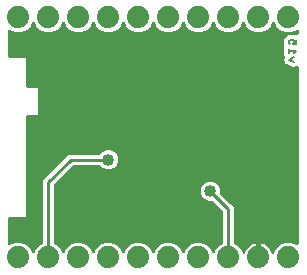
<source format=gbr>
G04 EAGLE Gerber RS-274X export*
G75*
%MOMM*%
%FSLAX34Y34*%
%LPD*%
%INBottom Copper*%
%IPPOS*%
%AMOC8*
5,1,8,0,0,1.08239X$1,22.5*%
G01*
%ADD10C,0.203200*%
%ADD11C,1.879600*%
%ADD12C,1.016000*%
%ADD13C,0.254000*%

G36*
X216974Y12709D02*
X216974Y12709D01*
X217032Y12708D01*
X217114Y12729D01*
X217197Y12741D01*
X217251Y12765D01*
X217307Y12779D01*
X217380Y12822D01*
X217457Y12857D01*
X217502Y12895D01*
X217552Y12925D01*
X217610Y12986D01*
X217674Y13041D01*
X217706Y13089D01*
X217746Y13132D01*
X217785Y13207D01*
X217831Y13277D01*
X217849Y13333D01*
X217876Y13385D01*
X217887Y13453D01*
X217917Y13548D01*
X217920Y13648D01*
X217931Y13716D01*
X217931Y24466D01*
X218696Y24345D01*
X220483Y23764D01*
X222157Y22911D01*
X223678Y21806D01*
X225006Y20478D01*
X226111Y18957D01*
X226964Y17283D01*
X227328Y16163D01*
X227358Y16101D01*
X227379Y16035D01*
X227420Y15974D01*
X227453Y15908D01*
X227499Y15857D01*
X227538Y15799D01*
X227594Y15752D01*
X227643Y15697D01*
X227702Y15661D01*
X227755Y15616D01*
X227822Y15586D01*
X227885Y15547D01*
X227952Y15529D01*
X228015Y15501D01*
X228088Y15491D01*
X228159Y15471D01*
X228228Y15471D01*
X228297Y15462D01*
X228369Y15472D01*
X228443Y15473D01*
X228510Y15493D01*
X228578Y15502D01*
X228645Y15533D01*
X228716Y15554D01*
X228774Y15591D01*
X228837Y15620D01*
X228893Y15667D01*
X228955Y15707D01*
X229001Y15759D01*
X229053Y15804D01*
X229086Y15857D01*
X229143Y15921D01*
X229192Y16025D01*
X229231Y16089D01*
X230748Y19751D01*
X234249Y23252D01*
X238824Y25147D01*
X243776Y25147D01*
X248531Y23177D01*
X248643Y23148D01*
X248752Y23114D01*
X248780Y23113D01*
X248807Y23106D01*
X248921Y23109D01*
X249036Y23106D01*
X249063Y23113D01*
X249091Y23114D01*
X249200Y23149D01*
X249311Y23178D01*
X249335Y23192D01*
X249362Y23201D01*
X249457Y23265D01*
X249556Y23323D01*
X249575Y23344D01*
X249598Y23359D01*
X249672Y23447D01*
X249750Y23531D01*
X249763Y23555D01*
X249781Y23577D01*
X249827Y23681D01*
X249880Y23784D01*
X249884Y23808D01*
X249896Y23836D01*
X249933Y24100D01*
X249935Y24115D01*
X249935Y173614D01*
X249924Y173692D01*
X249923Y173771D01*
X249904Y173832D01*
X249895Y173895D01*
X249863Y173967D01*
X249840Y174043D01*
X249805Y174096D01*
X249779Y174155D01*
X249728Y174215D01*
X249685Y174281D01*
X249637Y174323D01*
X249596Y174372D01*
X249530Y174415D01*
X249470Y174467D01*
X249412Y174494D01*
X249359Y174529D01*
X249284Y174553D01*
X249212Y174586D01*
X249149Y174596D01*
X249088Y174615D01*
X249009Y174617D01*
X248931Y174629D01*
X248876Y174620D01*
X248804Y174622D01*
X248676Y174589D01*
X248599Y174577D01*
X245564Y173565D01*
X240313Y176190D01*
X240234Y176217D01*
X240180Y176245D01*
X238923Y176664D01*
X238921Y176668D01*
X238915Y176682D01*
X238840Y176784D01*
X238838Y176788D01*
X238835Y176792D01*
X238834Y176793D01*
X238768Y176889D01*
X238756Y176899D01*
X238747Y176911D01*
X238691Y176952D01*
X238548Y177069D01*
X238506Y177087D01*
X238485Y177102D01*
X238066Y178359D01*
X238029Y178434D01*
X238011Y178492D01*
X237418Y179677D01*
X237419Y179681D01*
X237426Y179696D01*
X237445Y179821D01*
X237468Y179946D01*
X237466Y179961D01*
X237468Y179977D01*
X237458Y180045D01*
X237439Y180229D01*
X237422Y180272D01*
X237418Y180297D01*
X238011Y181482D01*
X238037Y181561D01*
X238066Y181615D01*
X238322Y182382D01*
X238341Y182488D01*
X238368Y182593D01*
X238367Y182627D01*
X238373Y182662D01*
X238362Y182769D01*
X238359Y182877D01*
X238348Y182910D01*
X238345Y182944D01*
X238305Y183045D01*
X238271Y183148D01*
X238253Y183173D01*
X238239Y183208D01*
X238107Y183378D01*
X238076Y183421D01*
X237743Y183754D01*
X237743Y191268D01*
X237750Y191286D01*
X237780Y191336D01*
X237801Y191418D01*
X237831Y191497D01*
X237835Y191555D01*
X237850Y191612D01*
X237847Y191696D01*
X237854Y191780D01*
X237843Y191838D01*
X237841Y191896D01*
X237815Y191976D01*
X237798Y192059D01*
X237771Y192111D01*
X237753Y192167D01*
X237743Y192181D01*
X237743Y196016D01*
X237743Y197656D01*
X238459Y198371D01*
X238460Y198373D01*
X238461Y198374D01*
X238465Y198378D01*
X239428Y199341D01*
X241141Y201054D01*
X242803Y201054D01*
X244929Y201054D01*
X248920Y201054D01*
X248978Y201062D01*
X249036Y201061D01*
X249118Y201082D01*
X249202Y201094D01*
X249255Y201118D01*
X249311Y201133D01*
X249384Y201176D01*
X249461Y201210D01*
X249506Y201248D01*
X249556Y201278D01*
X249614Y201339D01*
X249678Y201394D01*
X249710Y201442D01*
X249750Y201485D01*
X249789Y201560D01*
X249836Y201630D01*
X249853Y201686D01*
X249880Y201738D01*
X249891Y201806D01*
X249921Y201901D01*
X249924Y202001D01*
X249935Y202069D01*
X249935Y204485D01*
X249919Y204599D01*
X249909Y204713D01*
X249899Y204739D01*
X249895Y204767D01*
X249848Y204872D01*
X249807Y204979D01*
X249791Y205001D01*
X249779Y205026D01*
X249705Y205114D01*
X249636Y205205D01*
X249613Y205222D01*
X249596Y205243D01*
X249500Y205307D01*
X249408Y205376D01*
X249382Y205385D01*
X249359Y205401D01*
X249249Y205435D01*
X249142Y205476D01*
X249114Y205478D01*
X249088Y205486D01*
X248973Y205489D01*
X248859Y205499D01*
X248834Y205493D01*
X248804Y205494D01*
X248547Y205427D01*
X248531Y205423D01*
X243776Y203453D01*
X238824Y203453D01*
X234249Y205348D01*
X230748Y208849D01*
X229538Y211771D01*
X229523Y211796D01*
X229514Y211824D01*
X229451Y211919D01*
X229393Y212016D01*
X229372Y212036D01*
X229356Y212061D01*
X229269Y212134D01*
X229187Y212211D01*
X229161Y212225D01*
X229138Y212244D01*
X229035Y212290D01*
X228934Y212341D01*
X228905Y212347D01*
X228878Y212359D01*
X228766Y212375D01*
X228655Y212396D01*
X228626Y212394D01*
X228597Y212398D01*
X228485Y212382D01*
X228372Y212372D01*
X228345Y212361D01*
X228315Y212357D01*
X228212Y212311D01*
X228107Y212270D01*
X228083Y212252D01*
X228056Y212240D01*
X227970Y212167D01*
X227880Y212098D01*
X227862Y212075D01*
X227840Y212056D01*
X227798Y211989D01*
X227710Y211871D01*
X227688Y211812D01*
X227662Y211771D01*
X226452Y208849D01*
X222951Y205348D01*
X218376Y203453D01*
X213424Y203453D01*
X208849Y205348D01*
X205348Y208849D01*
X204138Y211771D01*
X204123Y211796D01*
X204114Y211824D01*
X204051Y211919D01*
X203993Y212016D01*
X203972Y212036D01*
X203956Y212061D01*
X203869Y212134D01*
X203787Y212211D01*
X203761Y212225D01*
X203738Y212244D01*
X203635Y212290D01*
X203534Y212341D01*
X203505Y212347D01*
X203478Y212359D01*
X203366Y212375D01*
X203255Y212396D01*
X203226Y212394D01*
X203197Y212398D01*
X203085Y212382D01*
X202972Y212372D01*
X202945Y212361D01*
X202915Y212357D01*
X202812Y212311D01*
X202707Y212270D01*
X202683Y212252D01*
X202656Y212240D01*
X202570Y212167D01*
X202480Y212098D01*
X202462Y212075D01*
X202440Y212056D01*
X202398Y211989D01*
X202310Y211871D01*
X202288Y211812D01*
X202262Y211771D01*
X201052Y208849D01*
X197551Y205348D01*
X192976Y203453D01*
X188024Y203453D01*
X183449Y205348D01*
X179948Y208849D01*
X178738Y211771D01*
X178723Y211796D01*
X178714Y211824D01*
X178651Y211919D01*
X178593Y212016D01*
X178572Y212036D01*
X178556Y212061D01*
X178469Y212134D01*
X178387Y212211D01*
X178361Y212225D01*
X178338Y212244D01*
X178235Y212290D01*
X178134Y212341D01*
X178105Y212347D01*
X178078Y212359D01*
X177966Y212375D01*
X177855Y212396D01*
X177826Y212394D01*
X177797Y212398D01*
X177685Y212382D01*
X177572Y212372D01*
X177545Y212361D01*
X177515Y212357D01*
X177412Y212311D01*
X177307Y212270D01*
X177283Y212252D01*
X177256Y212240D01*
X177170Y212167D01*
X177080Y212098D01*
X177062Y212075D01*
X177040Y212056D01*
X176998Y211989D01*
X176910Y211871D01*
X176888Y211812D01*
X176862Y211771D01*
X175652Y208849D01*
X172151Y205348D01*
X167576Y203453D01*
X162624Y203453D01*
X158049Y205348D01*
X154548Y208849D01*
X153338Y211771D01*
X153323Y211796D01*
X153314Y211824D01*
X153251Y211919D01*
X153193Y212016D01*
X153172Y212036D01*
X153156Y212061D01*
X153069Y212134D01*
X152987Y212211D01*
X152961Y212225D01*
X152938Y212244D01*
X152835Y212290D01*
X152734Y212341D01*
X152705Y212347D01*
X152678Y212359D01*
X152566Y212375D01*
X152455Y212396D01*
X152426Y212394D01*
X152397Y212398D01*
X152285Y212382D01*
X152172Y212372D01*
X152145Y212361D01*
X152115Y212357D01*
X152012Y212311D01*
X151907Y212270D01*
X151883Y212252D01*
X151856Y212240D01*
X151770Y212167D01*
X151680Y212098D01*
X151662Y212075D01*
X151640Y212056D01*
X151598Y211989D01*
X151510Y211871D01*
X151488Y211812D01*
X151462Y211771D01*
X150252Y208849D01*
X146751Y205348D01*
X142176Y203453D01*
X137224Y203453D01*
X132649Y205348D01*
X129148Y208849D01*
X127938Y211771D01*
X127923Y211796D01*
X127914Y211824D01*
X127851Y211919D01*
X127793Y212016D01*
X127772Y212036D01*
X127756Y212061D01*
X127669Y212133D01*
X127587Y212211D01*
X127561Y212225D01*
X127538Y212243D01*
X127435Y212289D01*
X127334Y212341D01*
X127305Y212347D01*
X127278Y212359D01*
X127166Y212375D01*
X127055Y212396D01*
X127026Y212394D01*
X126997Y212398D01*
X126885Y212382D01*
X126772Y212372D01*
X126745Y212361D01*
X126716Y212357D01*
X126612Y212311D01*
X126507Y212270D01*
X126483Y212252D01*
X126456Y212240D01*
X126370Y212167D01*
X126280Y212098D01*
X126262Y212075D01*
X126240Y212056D01*
X126198Y211989D01*
X126110Y211871D01*
X126088Y211812D01*
X126062Y211771D01*
X124852Y208849D01*
X121351Y205348D01*
X116776Y203453D01*
X111824Y203453D01*
X107249Y205348D01*
X103748Y208849D01*
X102538Y211771D01*
X102523Y211796D01*
X102514Y211824D01*
X102451Y211919D01*
X102393Y212016D01*
X102372Y212036D01*
X102356Y212061D01*
X102269Y212134D01*
X102187Y212211D01*
X102161Y212225D01*
X102138Y212244D01*
X102035Y212290D01*
X101934Y212341D01*
X101905Y212347D01*
X101878Y212359D01*
X101766Y212375D01*
X101655Y212396D01*
X101626Y212394D01*
X101597Y212398D01*
X101485Y212382D01*
X101372Y212372D01*
X101345Y212361D01*
X101315Y212357D01*
X101212Y212311D01*
X101107Y212270D01*
X101083Y212252D01*
X101056Y212240D01*
X100970Y212167D01*
X100880Y212098D01*
X100862Y212075D01*
X100840Y212056D01*
X100798Y211989D01*
X100710Y211871D01*
X100688Y211812D01*
X100662Y211771D01*
X99452Y208849D01*
X95951Y205348D01*
X91376Y203453D01*
X86424Y203453D01*
X81849Y205348D01*
X78348Y208849D01*
X77138Y211771D01*
X77123Y211796D01*
X77114Y211824D01*
X77051Y211919D01*
X76993Y212016D01*
X76972Y212036D01*
X76956Y212061D01*
X76869Y212134D01*
X76787Y212211D01*
X76761Y212225D01*
X76738Y212244D01*
X76635Y212290D01*
X76534Y212341D01*
X76505Y212347D01*
X76478Y212359D01*
X76366Y212375D01*
X76255Y212396D01*
X76226Y212394D01*
X76197Y212398D01*
X76085Y212382D01*
X75972Y212372D01*
X75945Y212361D01*
X75915Y212357D01*
X75812Y212311D01*
X75707Y212270D01*
X75683Y212252D01*
X75656Y212240D01*
X75570Y212167D01*
X75480Y212098D01*
X75462Y212075D01*
X75440Y212056D01*
X75398Y211989D01*
X75310Y211871D01*
X75288Y211812D01*
X75262Y211771D01*
X74052Y208849D01*
X70551Y205348D01*
X65976Y203453D01*
X61024Y203453D01*
X56449Y205348D01*
X52948Y208849D01*
X51738Y211771D01*
X51723Y211796D01*
X51714Y211824D01*
X51651Y211919D01*
X51593Y212016D01*
X51572Y212036D01*
X51556Y212061D01*
X51469Y212134D01*
X51387Y212211D01*
X51361Y212225D01*
X51338Y212244D01*
X51235Y212290D01*
X51134Y212341D01*
X51105Y212347D01*
X51078Y212359D01*
X50966Y212375D01*
X50855Y212396D01*
X50826Y212394D01*
X50797Y212398D01*
X50685Y212382D01*
X50572Y212372D01*
X50545Y212361D01*
X50515Y212357D01*
X50412Y212311D01*
X50307Y212270D01*
X50283Y212252D01*
X50256Y212240D01*
X50170Y212167D01*
X50080Y212098D01*
X50062Y212075D01*
X50040Y212056D01*
X49998Y211989D01*
X49910Y211871D01*
X49888Y211812D01*
X49862Y211771D01*
X48652Y208849D01*
X45151Y205348D01*
X40576Y203453D01*
X35624Y203453D01*
X31049Y205348D01*
X27548Y208849D01*
X26338Y211771D01*
X26323Y211796D01*
X26314Y211824D01*
X26251Y211919D01*
X26193Y212016D01*
X26172Y212036D01*
X26156Y212061D01*
X26069Y212134D01*
X25987Y212211D01*
X25961Y212225D01*
X25938Y212244D01*
X25835Y212290D01*
X25734Y212341D01*
X25705Y212347D01*
X25678Y212359D01*
X25566Y212375D01*
X25455Y212396D01*
X25426Y212394D01*
X25397Y212398D01*
X25285Y212382D01*
X25172Y212372D01*
X25145Y212361D01*
X25115Y212357D01*
X25012Y212311D01*
X24907Y212270D01*
X24883Y212252D01*
X24856Y212240D01*
X24770Y212167D01*
X24680Y212098D01*
X24662Y212075D01*
X24640Y212056D01*
X24598Y211989D01*
X24510Y211871D01*
X24488Y211812D01*
X24462Y211771D01*
X23252Y208849D01*
X19751Y205348D01*
X15176Y203453D01*
X10224Y203453D01*
X5469Y205423D01*
X5357Y205452D01*
X5248Y205486D01*
X5220Y205487D01*
X5193Y205494D01*
X5079Y205491D01*
X4964Y205494D01*
X4937Y205487D01*
X4909Y205486D01*
X4800Y205451D01*
X4689Y205422D01*
X4665Y205408D01*
X4638Y205399D01*
X4543Y205335D01*
X4444Y205277D01*
X4425Y205256D01*
X4402Y205241D01*
X4328Y205153D01*
X4250Y205069D01*
X4237Y205045D01*
X4219Y205023D01*
X4173Y204919D01*
X4120Y204816D01*
X4116Y204792D01*
X4104Y204764D01*
X4067Y204500D01*
X4065Y204485D01*
X4065Y182880D01*
X4073Y182822D01*
X4071Y182764D01*
X4093Y182682D01*
X4105Y182599D01*
X4128Y182545D01*
X4143Y182489D01*
X4186Y182416D01*
X4221Y182339D01*
X4259Y182294D01*
X4288Y182244D01*
X4350Y182186D01*
X4404Y182122D01*
X4453Y182090D01*
X4496Y182050D01*
X4571Y182011D01*
X4641Y181965D01*
X4697Y181947D01*
X4749Y181920D01*
X4817Y181909D01*
X4912Y181879D01*
X5012Y181876D01*
X5080Y181865D01*
X19305Y181865D01*
X19305Y157480D01*
X19313Y157422D01*
X19311Y157364D01*
X19333Y157282D01*
X19345Y157199D01*
X19369Y157145D01*
X19383Y157089D01*
X19426Y157016D01*
X19461Y156939D01*
X19499Y156894D01*
X19529Y156844D01*
X19590Y156786D01*
X19645Y156722D01*
X19693Y156690D01*
X19736Y156650D01*
X19811Y156611D01*
X19881Y156565D01*
X19937Y156547D01*
X19989Y156520D01*
X20057Y156509D01*
X20152Y156479D01*
X20252Y156476D01*
X20320Y156465D01*
X29465Y156465D01*
X29465Y133095D01*
X20320Y133095D01*
X20262Y133087D01*
X20204Y133089D01*
X20122Y133067D01*
X20039Y133055D01*
X19985Y133032D01*
X19929Y133017D01*
X19856Y132974D01*
X19779Y132939D01*
X19734Y132901D01*
X19684Y132872D01*
X19626Y132810D01*
X19562Y132756D01*
X19530Y132707D01*
X19490Y132664D01*
X19451Y132589D01*
X19405Y132519D01*
X19387Y132463D01*
X19360Y132411D01*
X19349Y132343D01*
X19319Y132248D01*
X19316Y132148D01*
X19305Y132080D01*
X19305Y46735D01*
X5080Y46735D01*
X5022Y46727D01*
X4964Y46729D01*
X4882Y46707D01*
X4798Y46695D01*
X4745Y46672D01*
X4689Y46657D01*
X4616Y46614D01*
X4539Y46579D01*
X4494Y46541D01*
X4444Y46512D01*
X4386Y46450D01*
X4322Y46396D01*
X4290Y46347D01*
X4250Y46304D01*
X4211Y46229D01*
X4164Y46159D01*
X4147Y46103D01*
X4120Y46051D01*
X4109Y45983D01*
X4079Y45888D01*
X4076Y45788D01*
X4065Y45720D01*
X4065Y24115D01*
X4081Y24001D01*
X4091Y23887D01*
X4101Y23861D01*
X4105Y23833D01*
X4152Y23728D01*
X4193Y23621D01*
X4209Y23599D01*
X4221Y23574D01*
X4295Y23486D01*
X4364Y23395D01*
X4387Y23378D01*
X4404Y23357D01*
X4500Y23293D01*
X4592Y23225D01*
X4618Y23215D01*
X4641Y23199D01*
X4751Y23165D01*
X4858Y23124D01*
X4886Y23122D01*
X4912Y23114D01*
X5027Y23111D01*
X5141Y23101D01*
X5166Y23107D01*
X5196Y23106D01*
X5453Y23173D01*
X5469Y23177D01*
X10224Y25147D01*
X15176Y25147D01*
X19751Y23252D01*
X23252Y19751D01*
X24462Y16829D01*
X24477Y16804D01*
X24486Y16776D01*
X24549Y16681D01*
X24607Y16584D01*
X24628Y16564D01*
X24644Y16539D01*
X24731Y16466D01*
X24813Y16389D01*
X24839Y16375D01*
X24862Y16356D01*
X24965Y16310D01*
X25066Y16259D01*
X25095Y16253D01*
X25122Y16241D01*
X25234Y16225D01*
X25345Y16204D01*
X25374Y16206D01*
X25403Y16202D01*
X25515Y16218D01*
X25628Y16228D01*
X25655Y16239D01*
X25685Y16243D01*
X25788Y16289D01*
X25893Y16330D01*
X25917Y16348D01*
X25944Y16360D01*
X26030Y16433D01*
X26120Y16502D01*
X26138Y16525D01*
X26160Y16544D01*
X26202Y16611D01*
X26290Y16729D01*
X26312Y16788D01*
X26338Y16829D01*
X27548Y19751D01*
X31049Y23252D01*
X33155Y24124D01*
X33156Y24125D01*
X33157Y24125D01*
X33276Y24195D01*
X33399Y24268D01*
X33400Y24269D01*
X33402Y24270D01*
X33499Y24374D01*
X33595Y24475D01*
X33595Y24476D01*
X33596Y24478D01*
X33661Y24603D01*
X33725Y24728D01*
X33725Y24729D01*
X33726Y24731D01*
X33728Y24746D01*
X33780Y25007D01*
X33777Y25037D01*
X33781Y25062D01*
X33781Y77989D01*
X55361Y99569D01*
X81302Y99569D01*
X81389Y99581D01*
X81476Y99584D01*
X81529Y99601D01*
X81584Y99609D01*
X81664Y99644D01*
X81747Y99671D01*
X81786Y99699D01*
X81843Y99725D01*
X81957Y99821D01*
X82020Y99866D01*
X84295Y102141D01*
X87283Y103379D01*
X90517Y103379D01*
X93505Y102141D01*
X95791Y99855D01*
X97029Y96867D01*
X97029Y93633D01*
X95791Y90645D01*
X93505Y88359D01*
X90517Y87121D01*
X87283Y87121D01*
X84295Y88359D01*
X82020Y90634D01*
X81951Y90686D01*
X81887Y90746D01*
X81837Y90772D01*
X81793Y90805D01*
X81711Y90836D01*
X81633Y90876D01*
X81586Y90884D01*
X81527Y90906D01*
X81380Y90918D01*
X81302Y90931D01*
X59359Y90931D01*
X59273Y90919D01*
X59185Y90916D01*
X59133Y90899D01*
X59078Y90891D01*
X58998Y90856D01*
X58915Y90829D01*
X58876Y90801D01*
X58819Y90775D01*
X58705Y90679D01*
X58642Y90634D01*
X42716Y74708D01*
X42664Y74639D01*
X42604Y74575D01*
X42578Y74525D01*
X42545Y74481D01*
X42514Y74400D01*
X42474Y74322D01*
X42466Y74274D01*
X42444Y74216D01*
X42432Y74068D01*
X42419Y73991D01*
X42419Y25062D01*
X42419Y25060D01*
X42419Y25059D01*
X42439Y24919D01*
X42459Y24780D01*
X42459Y24779D01*
X42459Y24777D01*
X42516Y24651D01*
X42575Y24521D01*
X42576Y24520D01*
X42577Y24518D01*
X42668Y24411D01*
X42758Y24304D01*
X42760Y24303D01*
X42761Y24302D01*
X42774Y24294D01*
X42995Y24146D01*
X43024Y24137D01*
X43045Y24124D01*
X45151Y23252D01*
X48652Y19751D01*
X49862Y16829D01*
X49877Y16804D01*
X49886Y16776D01*
X49949Y16681D01*
X50007Y16584D01*
X50028Y16564D01*
X50044Y16539D01*
X50131Y16466D01*
X50213Y16389D01*
X50239Y16375D01*
X50262Y16356D01*
X50365Y16310D01*
X50466Y16259D01*
X50495Y16253D01*
X50522Y16241D01*
X50634Y16225D01*
X50745Y16204D01*
X50774Y16206D01*
X50803Y16202D01*
X50915Y16218D01*
X51028Y16228D01*
X51055Y16239D01*
X51085Y16243D01*
X51188Y16289D01*
X51293Y16330D01*
X51317Y16348D01*
X51344Y16360D01*
X51430Y16433D01*
X51520Y16502D01*
X51538Y16525D01*
X51560Y16544D01*
X51602Y16611D01*
X51690Y16729D01*
X51712Y16788D01*
X51738Y16829D01*
X52948Y19751D01*
X56449Y23252D01*
X61024Y25147D01*
X65976Y25147D01*
X70551Y23252D01*
X74052Y19751D01*
X75262Y16829D01*
X75277Y16804D01*
X75286Y16776D01*
X75349Y16681D01*
X75407Y16584D01*
X75428Y16564D01*
X75444Y16539D01*
X75531Y16466D01*
X75613Y16389D01*
X75639Y16375D01*
X75662Y16356D01*
X75765Y16310D01*
X75866Y16259D01*
X75895Y16253D01*
X75922Y16241D01*
X76034Y16225D01*
X76145Y16204D01*
X76174Y16206D01*
X76203Y16202D01*
X76315Y16218D01*
X76428Y16228D01*
X76455Y16239D01*
X76485Y16243D01*
X76588Y16289D01*
X76693Y16330D01*
X76717Y16348D01*
X76744Y16360D01*
X76830Y16433D01*
X76920Y16502D01*
X76938Y16525D01*
X76960Y16544D01*
X77002Y16611D01*
X77090Y16729D01*
X77112Y16788D01*
X77138Y16829D01*
X78348Y19751D01*
X81849Y23252D01*
X86424Y25147D01*
X91376Y25147D01*
X95951Y23252D01*
X99452Y19751D01*
X100662Y16829D01*
X100677Y16804D01*
X100686Y16776D01*
X100749Y16681D01*
X100807Y16584D01*
X100828Y16564D01*
X100844Y16539D01*
X100931Y16466D01*
X101013Y16389D01*
X101039Y16375D01*
X101062Y16356D01*
X101165Y16310D01*
X101266Y16259D01*
X101295Y16253D01*
X101322Y16241D01*
X101434Y16225D01*
X101545Y16204D01*
X101574Y16206D01*
X101603Y16202D01*
X101715Y16218D01*
X101828Y16228D01*
X101855Y16239D01*
X101885Y16243D01*
X101988Y16289D01*
X102093Y16330D01*
X102117Y16348D01*
X102144Y16360D01*
X102230Y16433D01*
X102320Y16502D01*
X102338Y16525D01*
X102360Y16544D01*
X102402Y16611D01*
X102490Y16729D01*
X102512Y16788D01*
X102538Y16829D01*
X103748Y19751D01*
X107249Y23252D01*
X111824Y25147D01*
X116776Y25147D01*
X121351Y23252D01*
X124852Y19751D01*
X126062Y16829D01*
X126077Y16804D01*
X126086Y16776D01*
X126149Y16681D01*
X126207Y16584D01*
X126228Y16564D01*
X126244Y16539D01*
X126331Y16466D01*
X126413Y16389D01*
X126439Y16375D01*
X126462Y16356D01*
X126565Y16310D01*
X126666Y16259D01*
X126695Y16253D01*
X126722Y16241D01*
X126834Y16225D01*
X126945Y16204D01*
X126974Y16206D01*
X127003Y16202D01*
X127115Y16218D01*
X127228Y16228D01*
X127255Y16239D01*
X127285Y16243D01*
X127388Y16289D01*
X127493Y16330D01*
X127517Y16348D01*
X127544Y16360D01*
X127630Y16433D01*
X127720Y16502D01*
X127738Y16525D01*
X127760Y16544D01*
X127802Y16611D01*
X127890Y16729D01*
X127912Y16788D01*
X127938Y16829D01*
X129148Y19751D01*
X132649Y23252D01*
X137224Y25147D01*
X142176Y25147D01*
X146751Y23252D01*
X150252Y19751D01*
X151462Y16829D01*
X151477Y16804D01*
X151486Y16776D01*
X151549Y16681D01*
X151607Y16584D01*
X151628Y16564D01*
X151644Y16539D01*
X151731Y16466D01*
X151813Y16389D01*
X151839Y16375D01*
X151862Y16356D01*
X151965Y16310D01*
X152066Y16259D01*
X152095Y16253D01*
X152122Y16241D01*
X152234Y16225D01*
X152345Y16204D01*
X152374Y16206D01*
X152403Y16202D01*
X152515Y16218D01*
X152628Y16228D01*
X152655Y16239D01*
X152685Y16243D01*
X152788Y16289D01*
X152893Y16330D01*
X152917Y16348D01*
X152944Y16360D01*
X153030Y16433D01*
X153120Y16502D01*
X153138Y16525D01*
X153160Y16544D01*
X153202Y16611D01*
X153290Y16729D01*
X153312Y16788D01*
X153338Y16829D01*
X154548Y19751D01*
X158049Y23252D01*
X162624Y25147D01*
X167576Y25147D01*
X172151Y23252D01*
X175652Y19751D01*
X176862Y16829D01*
X176877Y16804D01*
X176886Y16776D01*
X176949Y16681D01*
X177007Y16584D01*
X177028Y16564D01*
X177044Y16539D01*
X177131Y16466D01*
X177213Y16389D01*
X177239Y16375D01*
X177262Y16356D01*
X177365Y16310D01*
X177466Y16259D01*
X177495Y16253D01*
X177522Y16241D01*
X177634Y16225D01*
X177745Y16204D01*
X177774Y16206D01*
X177803Y16202D01*
X177915Y16218D01*
X178028Y16228D01*
X178055Y16239D01*
X178085Y16243D01*
X178188Y16289D01*
X178293Y16330D01*
X178317Y16348D01*
X178344Y16360D01*
X178430Y16433D01*
X178520Y16502D01*
X178538Y16525D01*
X178560Y16544D01*
X178602Y16611D01*
X178690Y16729D01*
X178712Y16788D01*
X178738Y16829D01*
X179948Y19751D01*
X183449Y23252D01*
X185555Y24124D01*
X185556Y24125D01*
X185557Y24125D01*
X185676Y24195D01*
X185799Y24268D01*
X185800Y24269D01*
X185802Y24270D01*
X185899Y24374D01*
X185995Y24475D01*
X185995Y24476D01*
X185996Y24478D01*
X186061Y24603D01*
X186125Y24728D01*
X186125Y24729D01*
X186126Y24731D01*
X186128Y24746D01*
X186180Y25007D01*
X186177Y25037D01*
X186181Y25062D01*
X186181Y51131D01*
X186169Y51217D01*
X186166Y51305D01*
X186149Y51357D01*
X186141Y51412D01*
X186106Y51492D01*
X186079Y51575D01*
X186051Y51614D01*
X186025Y51671D01*
X185929Y51785D01*
X185884Y51848D01*
X177579Y60154D01*
X177509Y60206D01*
X177445Y60266D01*
X177396Y60292D01*
X177351Y60325D01*
X177270Y60356D01*
X177192Y60396D01*
X177144Y60404D01*
X177086Y60426D01*
X176938Y60438D01*
X176861Y60451D01*
X173643Y60451D01*
X170655Y61689D01*
X168369Y63975D01*
X167131Y66963D01*
X167131Y70197D01*
X168369Y73185D01*
X170655Y75471D01*
X173643Y76709D01*
X176877Y76709D01*
X179865Y75471D01*
X182151Y73185D01*
X183389Y70197D01*
X183389Y66979D01*
X183401Y66893D01*
X183404Y66805D01*
X183421Y66753D01*
X183429Y66698D01*
X183464Y66618D01*
X183491Y66535D01*
X183519Y66496D01*
X183545Y66438D01*
X183641Y66325D01*
X183686Y66261D01*
X191992Y57956D01*
X194819Y55129D01*
X194819Y25062D01*
X194819Y25060D01*
X194819Y25059D01*
X194839Y24919D01*
X194859Y24780D01*
X194859Y24779D01*
X194859Y24777D01*
X194916Y24651D01*
X194975Y24521D01*
X194976Y24520D01*
X194977Y24518D01*
X195068Y24411D01*
X195158Y24304D01*
X195160Y24303D01*
X195161Y24302D01*
X195174Y24294D01*
X195395Y24146D01*
X195424Y24137D01*
X195445Y24124D01*
X197551Y23252D01*
X201052Y19751D01*
X202569Y16089D01*
X202604Y16029D01*
X202630Y15965D01*
X202676Y15907D01*
X202713Y15844D01*
X202763Y15796D01*
X202806Y15742D01*
X202866Y15699D01*
X202920Y15649D01*
X202981Y15617D01*
X203038Y15577D01*
X203107Y15552D01*
X203173Y15518D01*
X203240Y15505D01*
X203306Y15482D01*
X203379Y15478D01*
X203452Y15463D01*
X203520Y15469D01*
X203589Y15465D01*
X203661Y15481D01*
X203735Y15488D01*
X203799Y15513D01*
X203867Y15528D01*
X203931Y15563D01*
X204000Y15590D01*
X204055Y15631D01*
X204116Y15665D01*
X204168Y15717D01*
X204227Y15761D01*
X204268Y15817D01*
X204317Y15866D01*
X204346Y15921D01*
X204397Y15989D01*
X204438Y16097D01*
X204472Y16163D01*
X204836Y17283D01*
X205689Y18957D01*
X206794Y20478D01*
X208122Y21806D01*
X209643Y22911D01*
X211317Y23764D01*
X213104Y24345D01*
X213869Y24466D01*
X213869Y13716D01*
X213877Y13658D01*
X213875Y13600D01*
X213897Y13518D01*
X213909Y13435D01*
X213933Y13381D01*
X213947Y13325D01*
X213990Y13252D01*
X214025Y13175D01*
X214063Y13131D01*
X214093Y13080D01*
X214154Y13023D01*
X214209Y12958D01*
X214257Y12926D01*
X214300Y12886D01*
X214375Y12847D01*
X214445Y12801D01*
X214501Y12783D01*
X214553Y12756D01*
X214621Y12745D01*
X214716Y12715D01*
X214816Y12712D01*
X214884Y12701D01*
X216916Y12701D01*
X216974Y12709D01*
G37*
D10*
X245875Y177954D02*
X241808Y179987D01*
X245875Y182021D01*
X245875Y185438D02*
X247909Y187471D01*
X241808Y187471D01*
X241808Y185438D02*
X241808Y189505D01*
X247909Y192922D02*
X247909Y196989D01*
X247909Y192922D02*
X244859Y192922D01*
X245875Y194956D01*
X245875Y195972D01*
X244859Y196989D01*
X242825Y196989D01*
X241808Y195972D01*
X241808Y193939D01*
X242825Y192922D01*
D11*
X241300Y12700D03*
X215900Y12700D03*
X190500Y12700D03*
X165100Y12700D03*
X139700Y12700D03*
X114300Y12700D03*
X88900Y12700D03*
X63500Y12700D03*
X38100Y12700D03*
X12700Y12700D03*
X12700Y215900D03*
X38100Y215900D03*
X63500Y215900D03*
X88900Y215900D03*
X114300Y215900D03*
X139700Y215900D03*
X165100Y215900D03*
X190500Y215900D03*
X215900Y215900D03*
X241300Y215900D03*
D12*
X228600Y68580D03*
X44450Y158750D03*
X44450Y133350D03*
X107950Y146050D03*
X171450Y146050D03*
X69850Y82550D03*
X107950Y82550D03*
X171450Y82550D03*
D13*
X175260Y68580D02*
X190500Y53340D01*
X190500Y12700D01*
D12*
X175260Y68580D03*
X88900Y95250D03*
D13*
X57150Y95250D01*
X38100Y76200D01*
X38100Y12700D01*
M02*

</source>
